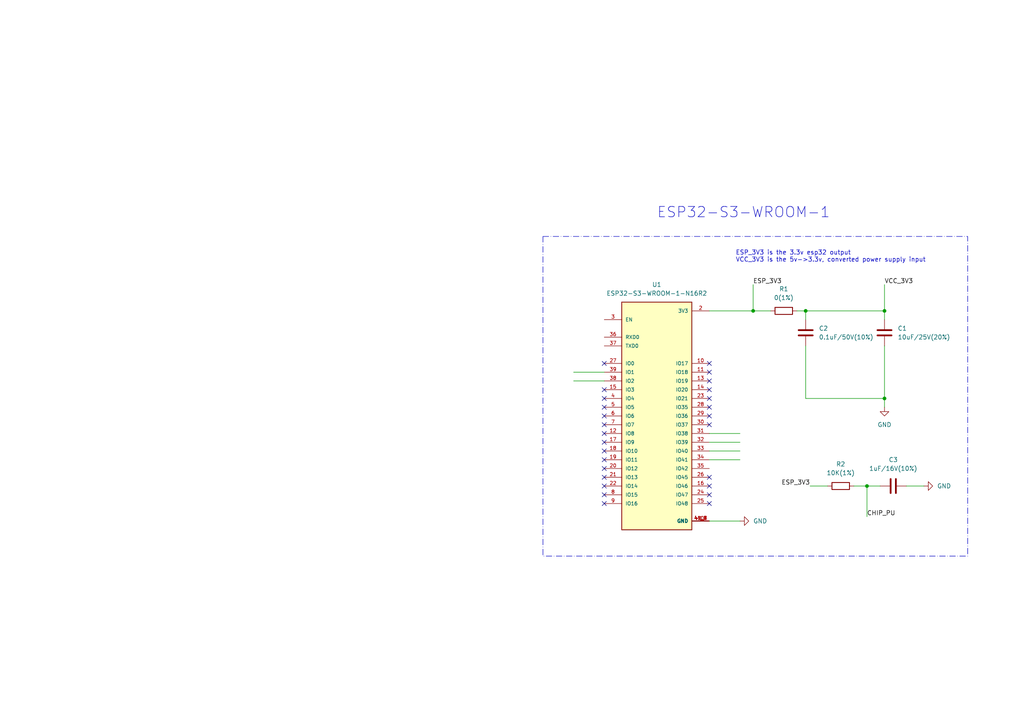
<source format=kicad_sch>
(kicad_sch (version 20230121) (generator eeschema)
  (paper "A4")
  (lib_symbols
    (symbol "Device:C" (pin_numbers hide) (pin_names (offset 0.254))
      (property "Reference" "C" (at 0.635 2.54 0))
      (property "Value" "C" (at 0.635 -2.54 0))
      (symbol "C_0_1"
        (polyline (pts (xy -2.032 -0.762) (xy 2.032 -0.762)) (stroke (width 0.508)))
        (polyline (pts (xy -2.032 0.762) (xy 2.032 0.762)) (stroke (width 0.508)))
      )
      (symbol "C_1_1"
        (pin passive line (at 0 3.81 270) (length 2.794) (name "~") (number "1"))
        (pin passive line (at 0 -3.81 90) (length 2.794) (name "~") (number "2"))
      )
    )
    (symbol "Device:R" (pin_numbers hide) (pin_names (offset 0))
      (property "Reference" "R" (at 2.032 0 90))
      (property "Value" "R" (at 0 0 90))
      (symbol "R_0_1"
        (rectangle (start -1.016 -2.54) (end 1.016 2.54) (stroke (width 0.254)))
      )
      (symbol "R_1_1"
        (pin passive line (at 0 3.81 270) (length 1.27) (name "~") (number "1"))
        (pin passive line (at 0 -3.81 90) (length 1.27) (name "~") (number "2"))
      )
    )
    (symbol "ESP32-S3:ESP32-S3-WROOM-1-N16R2" (pin_names (offset 1.016))
      (property "Reference" "U" (at -10.16 34.1122 0))
      (property "Value" "ESP32-S3-WROOM-1-N16R2" (at -10.16 -35.56 0))
      (symbol "ESP32-S3-WROOM-1-N16R2_0_0"
        (rectangle (start -10.16 -33.02) (end 10.16 33.02) (stroke (width 0.254)) (fill (type background)))
        (pin power_in line (at 15.24 -30.48 180) (length 5.08) (name "GND") (number "1"))
        (pin bidirectional line (at 15.24 15.24 180) (length 5.08) (name "IO17") (number "10"))
        (pin bidirectional line (at 15.24 12.7 180) (length 5.08) (name "IO18") (number "11"))
        (pin bidirectional line (at -15.24 -5.08 0) (length 5.08) (name "IO8") (number "12"))
        (pin bidirectional line (at 15.24 10.16 180) (length 5.08) (name "IO19") (number "13"))
        (pin bidirectional line (at 15.24 7.62 180) (length 5.08) (name "IO20") (number "14"))
        (pin bidirectional line (at -15.24 7.62 0) (length 5.08) (name "IO3") (number "15"))
        (pin bidirectional line (at 15.24 -20.32 180) (length 5.08) (name "IO46") (number "16"))
        (pin bidirectional line (at -15.24 -7.62 0) (length 5.08) (name "IO9") (number "17"))
        (pin bidirectional line (at -15.24 -10.16 0) (length 5.08) (name "IO10") (number "18"))
        (pin bidirectional line (at -15.24 -12.7 0) (length 5.08) (name "IO11") (number "19"))
        (pin power_in line (at 15.24 30.48 180) (length 5.08) (name "3V3") (number "2"))
        (pin bidirectional line (at -15.24 -15.24 0) (length 5.08) (name "IO12") (number "20"))
        (pin bidirectional line (at -15.24 -17.78 0) (length 5.08) (name "IO13") (number "21"))
        (pin bidirectional line (at -15.24 -20.32 0) (length 5.08) (name "IO14") (number "22"))
        (pin bidirectional line (at 15.24 5.08 180) (length 5.08) (name "IO21") (number "23"))
        (pin bidirectional line (at 15.24 -22.86 180) (length 5.08) (name "IO47") (number "24"))
        (pin bidirectional line (at 15.24 -25.4 180) (length 5.08) (name "IO48") (number "25"))
        (pin bidirectional line (at 15.24 -17.78 180) (length 5.08) (name "IO45") (number "26"))
        (pin bidirectional line (at -15.24 15.24 0) (length 5.08) (name "IO0") (number "27"))
        (pin bidirectional line (at 15.24 2.54 180) (length 5.08) (name "IO35") (number "28"))
        (pin bidirectional line (at 15.24 0 180) (length 5.08) (name "IO36") (number "29"))
        (pin input line (at -15.24 27.94 0) (length 5.08) (name "EN") (number "3"))
        (pin bidirectional line (at 15.24 -2.54 180) (length 5.08) (name "IO37") (number "30"))
        (pin bidirectional line (at 15.24 -5.08 180) (length 5.08) (name "IO38") (number "31"))
        (pin bidirectional line (at 15.24 -7.62 180) (length 5.08) (name "IO39") (number "32"))
        (pin bidirectional line (at 15.24 -10.16 180) (length 5.08) (name "IO40") (number "33"))
        (pin bidirectional line (at 15.24 -12.7 180) (length 5.08) (name "IO41") (number "34"))
        (pin bidirectional line (at 15.24 -15.24 180) (length 5.08) (name "IO42") (number "35"))
        (pin bidirectional line (at -15.24 22.86 0) (length 5.08) (name "RXD0") (number "36"))
        (pin bidirectional line (at -15.24 20.32 0) (length 5.08) (name "TXD0") (number "37"))
        (pin bidirectional line (at -15.24 10.16 0) (length 5.08) (name "IO2") (number "38"))
        (pin bidirectional line (at -15.24 12.7 0) (length 5.08) (name "IO1") (number "39"))
        (pin bidirectional line (at -15.24 5.08 0) (length 5.08) (name "IO4") (number "4"))
        (pin power_in line (at 15.24 -30.48 180) (length 5.08) (name "GND") (number "40"))
        (pin power_in line (at 15.24 -30.48 180) (length 5.08) (name "GND") (number "41_1"))
        (pin power_in line (at 15.24 -30.48 180) (length 5.08) (name "GND") (number "41_2"))
        (pin power_in line (at 15.24 -30.48 180) (length 5.08) (name "GND") (number "41_3"))
        (pin power_in line (at 15.24 -30.48 180) (length 5.08) (name "GND") (number "41_4"))
        (pin power_in line (at 15.24 -30.48 180) (length 5.08) (name "GND") (number "41_5"))
        (pin power_in line (at 15.24 -30.48 180) (length 5.08) (name "GND") (number "41_6"))
        (pin power_in line (at 15.24 -30.48 180) (length 5.08) (name "GND") (number "41_7"))
        (pin power_in line (at 15.24 -30.48 180) (length 5.08) (name "GND") (number "41_8"))
        (pin power_in line (at 15.24 -30.48 180) (length 5.08) (name "GND") (number "41_9"))
        (pin bidirectional line (at -15.24 2.54 0) (length 5.08) (name "IO5") (number "5"))
        (pin bidirectional line (at -15.24 0 0) (length 5.08) (name "IO6") (number "6"))
        (pin bidirectional line (at -15.24 -2.54 0) (length 5.08) (name "IO7") (number "7"))
        (pin bidirectional line (at -15.24 -22.86 0) (length 5.08) (name "IO15") (number "8"))
        (pin bidirectional line (at -15.24 -25.4 0) (length 5.08) (name "IO16") (number "9"))
      )
    )
    (symbol "power:GND" (power) (pin_names (offset 0))
      (property "Value" "GND" (at 0 -3.81 0))
      (symbol "GND_0_1"
        (polyline (pts (xy 0 0) (xy 0 -1.27) (xy 1.27 -1.27) (xy 0 -2.54) (xy -1.27 -1.27) (xy 0 -1.27)))
      )
      (symbol "GND_1_1"
        (pin power_in line (at 0 0 270) (length 0) hide (name "GND") (number "1"))
      )
    )
  )
  (junction (at 218.44 90.17))
  (junction (at 256.54 115.57))
  (junction (at 233.68 90.17))
  (junction (at 251.46 140.97))
  (junction (at 256.54 90.17))
  (no_connect (at 205.74 107.95))
  (no_connect (at 175.26 130.81))
  (no_connect (at 175.26 146.05))
  (no_connect (at 205.74 138.43))
  (no_connect (at 175.26 125.73))
  (no_connect (at 175.26 138.43))
  (no_connect (at 205.74 113.03))
  (no_connect (at 175.26 140.97))
  (no_connect (at 175.26 118.11))
  (no_connect (at 175.26 123.19))
  (no_connect (at 175.26 105.41))
  (no_connect (at 205.74 146.05))
  (no_connect (at 205.74 110.49))
  (no_connect (at 205.74 105.41))
  (no_connect (at 205.74 123.19))
  (no_connect (at 175.26 133.35))
  (no_connect (at 175.26 143.51))
  (no_connect (at 175.26 115.57))
  (no_connect (at 175.26 113.03))
  (no_connect (at 205.74 118.11))
  (no_connect (at 205.74 120.65))
  (no_connect (at 175.26 135.89))
  (no_connect (at 175.26 128.27))
  (no_connect (at 205.74 140.97))
  (no_connect (at 205.74 143.51))
  (no_connect (at 175.26 120.65))
  (no_connect (at 205.74 115.57))
  (wire (pts (xy 256.54 100.33) (xy 256.54 115.57)))
  (wire (pts (xy 233.68 90.17) (xy 256.54 90.17)))
  (wire (pts (xy 231.14 90.17) (xy 233.68 90.17)))
  (wire (pts (xy 256.54 115.57) (xy 256.54 118.11)))
  (wire (pts (xy 233.68 90.17) (xy 233.68 92.71)))
  (wire (pts (xy 251.46 140.97) (xy 255.27 140.97)))
  (wire (pts (xy 205.74 130.81) (xy 214.63 130.81)))
  (wire (pts (xy 256.54 90.17) (xy 256.54 92.71)))
  (wire (pts (xy 166.37 110.49) (xy 175.26 110.49)))
  (wire (pts (xy 166.37 107.95) (xy 175.26 107.95)))
  (wire (pts (xy 234.95 140.97) (xy 240.03 140.97)))
  (wire (pts (xy 247.65 140.97) (xy 251.46 140.97)))
  (wire (pts (xy 256.54 82.55) (xy 256.54 90.17)))
  (wire (pts (xy 262.89 140.97) (xy 267.97 140.97)))
  (wire (pts (xy 218.44 90.17) (xy 223.52 90.17)))
  (wire (pts (xy 251.46 140.97) (xy 251.46 149.86)))
  (wire (pts (xy 233.68 115.57) (xy 256.54 115.57)))
  (wire (pts (xy 218.44 82.55) (xy 218.44 90.17)))
  (wire (pts (xy 233.68 100.33) (xy 233.68 115.57)))
  (wire (pts (xy 205.74 125.73) (xy 214.63 125.73)))
  (wire (pts (xy 205.74 90.17) (xy 218.44 90.17)))
  (wire (pts (xy 205.74 128.27) (xy 214.63 128.27)))
  (wire (pts (xy 205.74 133.35) (xy 214.63 133.35)))
  (wire (pts (xy 214.63 151.13) (xy 205.74 151.13)))
  (rectangle (start 157.48 68.58) (end 280.67 161.29) (stroke (width 0) (type dash_dot)))
  (text "ESP_3V3 is the 3.3v esp32 output\nVCC_3V3 is the 5v->3.3v, converted power supply input\n" (at 213.36 76.2 0) (effects (font (size 1.27 1.27)) (justify left bottom)))
  (text "ESP32-S3-WROOM-1" (at 190.5 63.5 0) (effects (font (size 3 3)) (justify left bottom)))
  (label "CHIP_PU" (at 251.46 149.86 0))
  (label "VCC_3V3" (at 256.54 82.55 0))
  (label "ESP_3V3" (at 234.95 140.97 180))
  (label "ESP_3V3" (at 218.44 82.55 0))
  (symbol (lib_id "Device:C") (at 256.54 96.52 0) (unit 1)
    (property "Reference" "C1" (at 260.35 95.25 0) (effects (justify left)))
    (property "Value" "10uF/25V(20%)" (at 260.35 97.79 0) (effects (justify left)))
  )
  (symbol (lib_id "power:GND") (at 267.97 140.97 90) (unit 1)
    (property "Reference" "#PWR03" (effects hide))
    (property "Value" "GND" (at 271.78 140.97 90) (effects (justify right)))
  )
  (symbol (lib_id "Device:R") (at 243.84 140.97 90) (unit 1)
    (property "Reference" "R2" (at 243.84 134.62 90))
    (property "Value" "10K(1%)" (at 243.84 137.16 90))
  )
  (symbol (lib_id "power:GND") (at 256.54 118.11 0) (unit 1)
    (property "Reference" "#PWR02" (effects hide))
    (property "Value" "GND" (at 256.54 123.19 0))
  )
  (symbol (lib_id "power:GND") (at 214.63 151.13 90) (unit 1)
    (property "Reference" "#PWR01" (effects hide))
    (property "Value" "GND" (at 218.44 151.13 90) (effects (justify right)))
  )
  (symbol (lib_id "Device:C") (at 259.08 140.97 90) (unit 1)
    (property "Reference" "C3" (at 259.08 133.35 90))
    (property "Value" "1uF/16V(10%)" (at 259.08 135.89 90))
  )
  (symbol (lib_id "Device:C") (at 233.68 96.52 0) (unit 1)
    (property "Reference" "C2" (at 237.49 95.25 0) (effects (justify left)))
    (property "Value" "0.1uF/50V(10%)" (at 237.49 97.79 0) (effects (justify left)))
  )
  (symbol (lib_id "Device:R") (at 227.33 90.17 90) (unit 1)
    (property "Reference" "R1" (at 227.33 83.82 90))
    (property "Value" "0(1%)" (at 227.33 86.36 90))
  )
  (symbol (lib_id "ESP32-S3:ESP32-S3-WROOM-1-N16R2") (at 190.5 120.65 0) (unit 1)
    (property "Reference" "U1" (at 190.5 82.55 0))
    (property "Value" "ESP32-S3-WROOM-1-N16R2" (at 190.5 85.09 0))
    (property "Footprint" "ESP32-S3:XCVR_ESP32-S3-WROOM-1-N16R2" (effects hide))
    (property "MF" "Espressif Systems" (effects hide))
    (property "MAXIMUM_PACKAGE_HEIGHT" "3.25mm" (effects hide))
    (property "Package" "NON STANDARD Espressif Systems" (effects hide))
    (property "Price" "None" (effects hide))
    (property "Check_prices" "https://www.snapeda.com/parts/ESP32-S3-WROOM-1-N16R2/Espressif+Systems/view-part/?ref=eda" (effects hide))
    (property "STANDARD" "Manufacturer Recommendations" (effects hide))
    (property "PARTREV" "v1.0" (effects hide))
    (property "SnapEDA_Link" "https://www.snapeda.com/parts/ESP32-S3-WROOM-1-N16R2/Espressif+Systems/view-part/?ref=snap" (effects hide))
    (property "MP" "ESP32-S3-WROOM-1-N16R2" (effects hide))
    (property "Purchase-URL" "https://www.snapeda.com/api/url_track_click_mouser/?unipart_id=11099128&manufacturer=Espressif Systems&part_name=ESP32-S3-WROOM-1-N16R2&search_term=None" (effects hide))
    (property "Description" "\nBluetooth, WiFi 802.11b/g/n, Bluetooth v5.0 Transceiver Module 2.4GHz PCB Trace Surface Mount\n" (effects hide))
    (property "Availability" "In Stock" (effects hide))
    (property "MANUFACTURER" "Espressif" (effects hide))
  )
)
</source>
